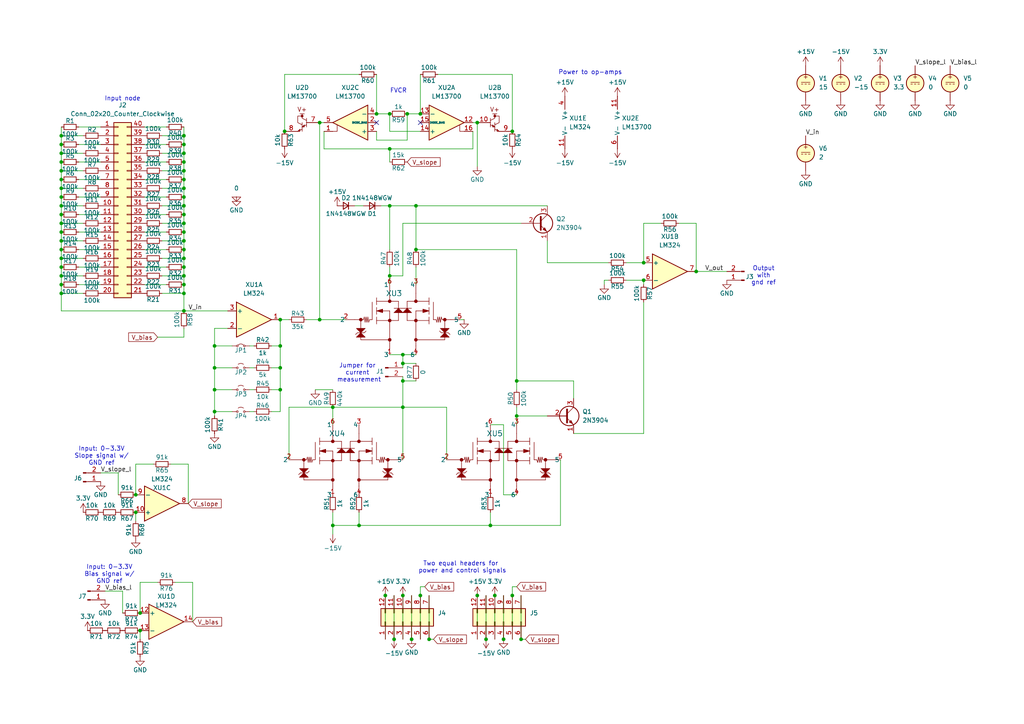
<source format=kicad_sch>
(kicad_sch (version 20231120) (generator "eeschema") (generator_version "8.0")
  (paper "A4")
  (junction (at 17.78 85.09))
  (junction (at 81.28 100.33))
  (junction (at 17.78 82.55))
  (junction (at 17.78 54.61))
  (junction (at 53.34 39.37))
  (junction (at 149.86 110.49))
  (junction (at 146.05 185.42))
  (junction (at 53.34 74.93))
  (junction (at 186.69 76.2))
  (junction (at 201.93 78.74))
  (junction (at 140.97 185.42))
  (junction (at 120.65 72.39))
  (junction (at 53.34 41.91))
  (junction (at 53.34 59.69))
  (junction (at 53.34 44.45))
  (junction (at 81.28 92.71))
  (junction (at 53.34 69.85))
  (junction (at 116.84 172.72))
  (junction (at 17.78 62.23))
  (junction (at 82.55 38.1))
  (junction (at 17.78 77.47))
  (junction (at 17.78 64.77))
  (junction (at 148.59 38.1))
  (junction (at 119.38 185.42))
  (junction (at 142.24 152.4))
  (junction (at 116.84 110.49))
  (junction (at 53.34 77.47))
  (junction (at 17.78 80.01))
  (junction (at 116.84 118.11))
  (junction (at 143.51 172.72))
  (junction (at 92.71 35.56))
  (junction (at 121.92 172.72))
  (junction (at 39.37 143.51))
  (junction (at 53.34 49.53))
  (junction (at 53.34 46.99))
  (junction (at 186.69 81.28))
  (junction (at 53.34 82.55))
  (junction (at 17.78 44.45))
  (junction (at 53.34 64.77))
  (junction (at 96.52 118.11))
  (junction (at 53.34 62.23))
  (junction (at 62.23 119.38))
  (junction (at 114.3 185.42))
  (junction (at 116.84 102.87))
  (junction (at 39.37 148.59))
  (junction (at 17.78 52.07))
  (junction (at 151.13 185.42))
  (junction (at 113.03 43.18))
  (junction (at 53.34 57.15))
  (junction (at 17.78 41.91))
  (junction (at 17.78 69.85))
  (junction (at 53.34 80.01))
  (junction (at 17.78 67.31))
  (junction (at 53.34 52.07))
  (junction (at 17.78 49.53))
  (junction (at 113.03 33.02))
  (junction (at 53.34 67.31))
  (junction (at 138.43 172.72))
  (junction (at 81.28 113.03))
  (junction (at 17.78 46.99))
  (junction (at 17.78 72.39))
  (junction (at 53.34 72.39))
  (junction (at 113.03 59.69))
  (junction (at 113.03 80.01))
  (junction (at 17.78 74.93))
  (junction (at 62.23 100.33))
  (junction (at 109.22 33.02))
  (junction (at 92.71 92.71))
  (junction (at 124.46 185.42))
  (junction (at 120.65 59.69))
  (junction (at 138.43 35.56))
  (junction (at 40.64 177.8))
  (junction (at 148.59 172.72))
  (junction (at 116.84 105.41))
  (junction (at 104.14 152.4))
  (junction (at 17.78 59.69))
  (junction (at 111.76 172.72))
  (junction (at 118.11 33.02))
  (junction (at 121.92 33.02))
  (junction (at 53.34 54.61))
  (junction (at 53.34 85.09))
  (junction (at 40.64 182.88))
  (junction (at 62.23 106.68))
  (junction (at 53.34 90.17))
  (junction (at 149.86 120.65))
  (junction (at 62.23 113.03))
  (junction (at 81.28 106.68))
  (junction (at 17.78 57.15))
  (junction (at 96.52 152.4))
  (junction (at 17.78 39.37))
  (no_connect (at 121.92 35.56))
  (no_connect (at 109.22 35.56))
  (wire (pts (xy 118.11 33.02) (xy 121.92 33.02)))
  (wire (pts (xy 81.28 100.33) (xy 78.74 100.33)))
  (wire (pts (xy 181.61 81.28) (xy 186.69 81.28)))
  (wire (pts (xy 123.19 170.18) (xy 121.92 170.18)))
  (wire (pts (xy 55.88 168.91) (xy 55.88 180.34)))
  (wire (pts (xy 81.28 113.03) (xy 81.28 119.38)))
  (wire (pts (xy 113.03 38.1) (xy 121.92 38.1)))
  (wire (pts (xy 186.69 125.73) (xy 186.69 87.63)))
  (wire (pts (xy 113.03 33.02) (xy 109.22 33.02)))
  (wire (pts (xy 53.34 85.09) (xy 53.34 82.55)))
  (wire (pts (xy 17.78 67.31) (xy 17.78 69.85)))
  (wire (pts (xy 62.23 95.25) (xy 66.04 95.25)))
  (wire (pts (xy 82.55 21.59) (xy 104.14 21.59)))
  (wire (pts (xy 137.16 43.18) (xy 137.16 38.1)))
  (wire (pts (xy 17.78 69.85) (xy 24.13 69.85)))
  (wire (pts (xy 148.59 172.72) (xy 148.59 185.42)))
  (wire (pts (xy 109.22 38.1) (xy 109.22 40.64)))
  (wire (pts (xy 175.26 81.28) (xy 176.53 81.28)))
  (wire (pts (xy 46.99 74.93) (xy 53.34 74.93)))
  (wire (pts (xy 88.9 92.71) (xy 92.71 92.71)))
  (wire (pts (xy 116.84 105.41) (xy 116.84 106.68)))
  (wire (pts (xy 129.54 118.11) (xy 116.84 118.11)))
  (wire (pts (xy 191.77 64.77) (xy 186.69 64.77)))
  (wire (pts (xy 22.86 41.91) (xy 29.21 41.91)))
  (wire (pts (xy 166.37 110.49) (xy 149.86 110.49)))
  (wire (pts (xy 116.84 172.72) (xy 116.84 185.42)))
  (wire (pts (xy 72.39 100.33) (xy 73.66 100.33)))
  (wire (pts (xy 148.59 38.1) (xy 148.59 21.59)))
  (wire (pts (xy 124.46 185.42) (xy 124.46 172.72)))
  (wire (pts (xy 113.03 80.01) (xy 113.03 82.55)))
  (wire (pts (xy 40.64 185.42) (xy 40.64 182.88)))
  (wire (pts (xy 17.78 74.93) (xy 24.13 74.93)))
  (wire (pts (xy 67.31 100.33) (xy 62.23 100.33)))
  (wire (pts (xy 116.84 110.49) (xy 120.65 110.49)))
  (wire (pts (xy 92.71 92.71) (xy 100.33 92.71)))
  (wire (pts (xy 53.34 72.39) (xy 53.34 69.85)))
  (wire (pts (xy 92.71 35.56) (xy 93.98 35.56)))
  (wire (pts (xy 17.78 57.15) (xy 17.78 59.69)))
  (wire (pts (xy 109.22 40.64) (xy 118.11 40.64)))
  (wire (pts (xy 53.34 39.37) (xy 53.34 36.83)))
  (wire (pts (xy 116.84 64.77) (xy 116.84 80.01)))
  (wire (pts (xy 53.34 46.99) (xy 53.34 44.45)))
  (wire (pts (xy 17.78 52.07) (xy 17.78 54.61)))
  (wire (pts (xy 35.56 171.45) (xy 35.56 177.8)))
  (wire (pts (xy 41.91 46.99) (xy 48.26 46.99)))
  (wire (pts (xy 40.64 168.91) (xy 40.64 177.8)))
  (wire (pts (xy 17.78 77.47) (xy 17.78 80.01)))
  (wire (pts (xy 62.23 100.33) (xy 62.23 106.68)))
  (wire (pts (xy 158.75 59.69) (xy 120.65 59.69)))
  (wire (pts (xy 93.98 43.18) (xy 113.03 43.18)))
  (wire (pts (xy 196.85 64.77) (xy 201.93 64.77)))
  (wire (pts (xy 45.72 97.79) (xy 53.34 97.79)))
  (wire (pts (xy 53.34 67.31) (xy 53.34 64.77)))
  (wire (pts (xy 72.39 113.03) (xy 73.66 113.03)))
  (wire (pts (xy 118.11 40.64) (xy 118.11 33.02)))
  (wire (pts (xy 39.37 134.62) (xy 39.37 143.51)))
  (wire (pts (xy 53.34 57.15) (xy 53.34 54.61)))
  (wire (pts (xy 186.69 82.55) (xy 186.69 81.28)))
  (wire (pts (xy 46.99 85.09) (xy 53.34 85.09)))
  (wire (pts (xy 83.82 118.11) (xy 96.52 118.11)))
  (wire (pts (xy 105.41 59.69) (xy 102.87 59.69)))
  (wire (pts (xy 53.34 82.55) (xy 53.34 80.01)))
  (wire (pts (xy 53.34 41.91) (xy 53.34 39.37)))
  (wire (pts (xy 149.86 118.11) (xy 149.86 120.65)))
  (wire (pts (xy 81.28 106.68) (xy 78.74 106.68)))
  (wire (pts (xy 181.61 76.2) (xy 186.69 76.2)))
  (wire (pts (xy 22.86 77.47) (xy 29.21 77.47)))
  (wire (pts (xy 142.24 123.19) (xy 146.05 123.19)))
  (wire (pts (xy 113.03 43.18) (xy 113.03 46.99)))
  (wire (pts (xy 17.78 80.01) (xy 24.13 80.01)))
  (wire (pts (xy 17.78 46.99) (xy 17.78 49.53)))
  (wire (pts (xy 17.78 74.93) (xy 17.78 77.47)))
  (wire (pts (xy 113.03 59.69) (xy 113.03 72.39)))
  (wire (pts (xy 81.28 106.68) (xy 81.28 113.03)))
  (wire (pts (xy 46.99 39.37) (xy 53.34 39.37)))
  (wire (pts (xy 22.86 67.31) (xy 29.21 67.31)))
  (wire (pts (xy 50.8 168.91) (xy 55.88 168.91)))
  (wire (pts (xy 186.69 64.77) (xy 186.69 76.2)))
  (wire (pts (xy 17.78 62.23) (xy 17.78 64.77)))
  (wire (pts (xy 142.24 152.4) (xy 162.56 152.4)))
  (wire (pts (xy 17.78 90.17) (xy 53.34 90.17)))
  (wire (pts (xy 96.52 118.11) (xy 96.52 123.19)))
  (wire (pts (xy 44.45 134.62) (xy 39.37 134.62)))
  (wire (pts (xy 113.03 77.47) (xy 113.03 80.01)))
  (wire (pts (xy 175.26 82.55) (xy 175.26 81.28)))
  (wire (pts (xy 41.91 52.07) (xy 48.26 52.07)))
  (wire (pts (xy 116.84 110.49) (xy 116.84 118.11)))
  (wire (pts (xy 113.03 80.01) (xy 116.84 80.01)))
  (wire (pts (xy 110.49 59.69) (xy 113.03 59.69)))
  (wire (pts (xy 39.37 151.13) (xy 39.37 148.59)))
  (wire (pts (xy 53.34 52.07) (xy 53.34 49.53)))
  (wire (pts (xy 116.84 133.35) (xy 116.84 118.11)))
  (wire (pts (xy 149.86 110.49) (xy 149.86 72.39)))
  (wire (pts (xy 22.86 52.07) (xy 29.21 52.07)))
  (wire (pts (xy 116.84 109.22) (xy 116.84 110.49)))
  (wire (pts (xy 54.61 134.62) (xy 54.61 146.05)))
  (wire (pts (xy 149.86 72.39) (xy 120.65 72.39)))
  (wire (pts (xy 158.75 69.85) (xy 158.75 76.2)))
  (wire (pts (xy 17.78 85.09) (xy 17.78 90.17)))
  (wire (pts (xy 116.84 102.87) (xy 120.65 102.87)))
  (wire (pts (xy 17.78 64.77) (xy 17.78 67.31)))
  (wire (pts (xy 41.91 72.39) (xy 48.26 72.39)))
  (wire (pts (xy 17.78 59.69) (xy 17.78 62.23)))
  (wire (pts (xy 134.62 92.71) (xy 133.35 92.71)))
  (wire (pts (xy 62.23 106.68) (xy 62.23 113.03)))
  (wire (pts (xy 81.28 119.38) (xy 78.74 119.38)))
  (wire (pts (xy 148.59 21.59) (xy 127 21.59)))
  (wire (pts (xy 17.78 41.91) (xy 17.78 44.45)))
  (wire (pts (xy 137.16 35.56) (xy 138.43 35.56)))
  (wire (pts (xy 53.34 62.23) (xy 53.34 59.69)))
  (wire (pts (xy 41.91 82.55) (xy 48.26 82.55)))
  (wire (pts (xy 121.92 21.59) (xy 121.92 33.02)))
  (wire (pts (xy 111.76 172.72) (xy 111.76 185.42)))
  (wire (pts (xy 210.82 78.74) (xy 201.93 78.74)))
  (wire (pts (xy 83.82 92.71) (xy 81.28 92.71)))
  (wire (pts (xy 49.53 134.62) (xy 54.61 134.62)))
  (wire (pts (xy 17.78 39.37) (xy 17.78 41.91)))
  (wire (pts (xy 143.51 172.72) (xy 143.51 185.42)))
  (wire (pts (xy 53.34 44.45) (xy 53.34 41.91)))
  (wire (pts (xy 53.34 54.61) (xy 53.34 52.07)))
  (wire (pts (xy 116.84 102.87) (xy 116.84 105.41)))
  (wire (pts (xy 17.78 39.37) (xy 24.13 39.37)))
  (wire (pts (xy 113.03 102.87) (xy 116.84 102.87)))
  (wire (pts (xy 81.28 92.71) (xy 81.28 100.33)))
  (wire (pts (xy 120.65 59.69) (xy 113.03 59.69)))
  (wire (pts (xy 116.84 105.41) (xy 120.65 105.41)))
  (wire (pts (xy 149.86 120.65) (xy 158.75 120.65)))
  (wire (pts (xy 46.99 44.45) (xy 53.34 44.45)))
  (wire (pts (xy 62.23 113.03) (xy 62.23 119.38)))
  (wire (pts (xy 53.34 69.85) (xy 53.34 67.31)))
  (wire (pts (xy 81.28 100.33) (xy 81.28 106.68)))
  (wire (pts (xy 53.34 90.17) (xy 53.34 85.09)))
  (wire (pts (xy 96.52 152.4) (xy 104.14 152.4)))
  (wire (pts (xy 83.82 133.35) (xy 83.82 118.11)))
  (wire (pts (xy 67.31 106.68) (xy 62.23 106.68)))
  (wire (pts (xy 113.03 33.02) (xy 113.03 38.1)))
  (wire (pts (xy 17.78 49.53) (xy 17.78 52.07)))
  (wire (pts (xy 34.29 137.16) (xy 34.29 143.51)))
  (wire (pts (xy 53.34 59.69) (xy 53.34 57.15)))
  (wire (pts (xy 146.05 172.72) (xy 146.05 185.42)))
  (wire (pts (xy 17.78 54.61) (xy 17.78 57.15)))
  (wire (pts (xy 22.86 82.55) (xy 29.21 82.55)))
  (wire (pts (xy 53.34 64.77) (xy 53.34 62.23)))
  (wire (pts (xy 53.34 80.01) (xy 53.34 77.47)))
  (wire (pts (xy 109.22 21.59) (xy 109.22 33.02)))
  (wire (pts (xy 17.78 44.45) (xy 17.78 46.99)))
  (wire (pts (xy 53.34 95.25) (xy 53.34 97.79)))
  (wire (pts (xy 41.91 57.15) (xy 48.26 57.15)))
  (wire (pts (xy 67.31 113.03) (xy 62.23 113.03)))
  (wire (pts (xy 81.28 113.03) (xy 78.74 113.03)))
  (wire (pts (xy 148.59 170.18) (xy 148.59 172.72)))
  (wire (pts (xy 104.14 152.4) (xy 142.24 152.4)))
  (wire (pts (xy 17.78 36.83) (xy 17.78 39.37)))
  (wire (pts (xy 114.3 172.72) (xy 114.3 185.42)))
  (wire (pts (xy 125.73 185.42) (xy 124.46 185.42)))
  (wire (pts (xy 93.98 38.1) (xy 93.98 43.18)))
  (wire (pts (xy 119.38 172.72) (xy 119.38 185.42)))
  (wire (pts (xy 22.86 46.99) (xy 29.21 46.99)))
  (wire (pts (xy 96.52 154.94) (xy 96.52 152.4)))
  (wire (pts (xy 162.56 152.4) (xy 162.56 133.35)))
  (wire (pts (xy 30.48 171.45) (xy 35.56 171.45)))
  (wire (pts (xy 166.37 115.57) (xy 166.37 110.49)))
  (wire (pts (xy 92.71 35.56) (xy 92.71 92.71)))
  (wire (pts (xy 67.31 119.38) (xy 62.23 119.38)))
  (wire (pts (xy 41.91 77.47) (xy 48.26 77.47)))
  (wire (pts (xy 82.55 38.1) (xy 82.55 21.59)))
  (wire (pts (xy 201.93 64.77) (xy 201.93 78.74)))
  (wire (pts (xy 120.65 59.69) (xy 120.65 72.39)))
  (wire (pts (xy 17.78 44.45) (xy 24.13 44.45)))
  (wire (pts (xy 53.34 90.17) (xy 66.04 90.17)))
  (wire (pts (xy 46.99 54.61) (xy 53.34 54.61)))
  (wire (pts (xy 17.78 72.39) (xy 17.78 74.93)))
  (wire (pts (xy 129.54 133.35) (xy 129.54 118.11)))
  (wire (pts (xy 96.52 152.4) (xy 96.52 148.59)))
  (wire (pts (xy 158.75 76.2) (xy 176.53 76.2)))
  (wire (pts (xy 17.78 54.61) (xy 24.13 54.61)))
  (wire (pts (xy 138.43 35.56) (xy 138.43 48.26)))
  (wire (pts (xy 113.03 43.18) (xy 137.16 43.18)))
  (wire (pts (xy 166.37 125.73) (xy 186.69 125.73)))
  (wire (pts (xy 72.39 106.68) (xy 73.66 106.68)))
  (wire (pts (xy 116.84 118.11) (xy 96.52 118.11)))
  (wire (pts (xy 17.78 64.77) (xy 24.13 64.77)))
  (wire (pts (xy 46.99 59.69) (xy 53.34 59.69)))
  (wire (pts (xy 22.86 36.83) (xy 29.21 36.83)))
  (wire (pts (xy 17.78 82.55) (xy 17.78 85.09)))
  (wire (pts (xy 17.78 49.53) (xy 24.13 49.53)))
  (wire (pts (xy 41.91 67.31) (xy 48.26 67.31)))
  (wire (pts (xy 142.24 152.4) (xy 142.24 148.59)))
  (wire (pts (xy 149.86 120.65) (xy 149.86 123.19)))
  (wire (pts (xy 152.4 185.42) (xy 151.13 185.42)))
  (wire (pts (xy 53.34 77.47) (xy 53.34 74.93)))
  (wire (pts (xy 41.91 36.83) (xy 48.26 36.83)))
  (wire (pts (xy 151.13 185.42) (xy 151.13 172.72)))
  (wire (pts (xy 138.43 172.72) (xy 138.43 185.42)))
  (wire (pts (xy 17.78 80.01) (xy 17.78 82.55)))
  (wire (pts (xy 29.21 137.16) (xy 34.29 137.16)))
  (wire (pts (xy 72.39 119.38) (xy 73.66 119.38)))
  (wire (pts (xy 22.86 72.39) (xy 29.21 72.39)))
  (wire (pts (xy 121.92 170.18) (xy 121.92 172.72)))
  (wire (pts (xy 149.86 113.03) (xy 149.86 110.49)))
  (wire (pts (xy 41.91 41.91) (xy 48.26 41.91)))
  (wire (pts (xy 140.97 172.72) (xy 140.97 185.42)))
  (wire (pts (xy 53.34 74.93) (xy 53.34 72.39)))
  (wire (pts (xy 149.86 170.18) (xy 148.59 170.18)))
  (wire (pts (xy 62.23 95.25) (xy 62.23 100.33)))
  (wire (pts (xy 17.78 59.69) (xy 24.13 59.69)))
  (wire (pts (xy 22.86 62.23) (xy 29.21 62.23)))
  (wire (pts (xy 46.99 69.85) (xy 53.34 69.85)))
  (wire (pts (xy 46.99 64.77) (xy 53.34 64.77)))
  (wire (pts (xy 151.13 64.77) (xy 116.84 64.77)))
  (wire (pts (xy 45.72 168.91) (xy 40.64 168.91)))
  (wire (pts (xy 17.78 69.85) (xy 17.78 72.39)))
  (wire (pts (xy 53.34 49.53) (xy 53.34 46.99)))
  (wire (pts (xy 46.99 80.01) (xy 53.34 80.01)))
  (wire (pts (xy 17.78 85.09) (xy 24.13 85.09)))
  (wire (pts (xy 62.23 119.38) (xy 62.23 120.65)))
  (wire (pts (xy 22.86 57.15) (xy 29.21 57.15)))
  (wire (pts (xy 120.65 77.47) (xy 120.65 82.55)))
  (wire (pts (xy 91.44 113.03) (xy 96.52 113.03)))
  (wire (pts (xy 41.91 62.23) (xy 48.26 62.23)))
  (wire (pts (xy 146.05 143.51) (xy 149.86 143.51)))
  (wire (pts (xy 146.05 123.19) (xy 146.05 143.51)))
  (wire (pts (xy 121.92 172.72) (xy 121.92 185.42)))
  (wire (pts (xy 46.99 49.53) (xy 53.34 49.53)))
  (wire (pts (xy 104.14 152.4) (xy 104.14 148.59)))
  (text "Input node" (at 35.56 28.702 0) (effects (font (size 1.27 1.27))))
  (text "Input: 0-3.3V\nBias signal w/\nGND ref" (at 31.75 166.624 0) (effects (font (size 1.27 1.27))))
  (text "Two equal headers for \npower and control signals" (at 134.112 164.592 0) (effects (font (size 1.27 1.27))))
  (text "Output\nwith\ngnd ref" (at 221.488 80.01 0) (effects (font (size 1.27 1.27))))
  (text "FVCR" (at 115.57 26.416 0) (effects (font (size 1.27 1.27))))
  (text "Power to op-amps" (at 171.196 21.082 0) (effects (font (size 1.27 1.27))))
  (text "Jumper for \ncurrent \nmeasurement" (at 104.14 108.204 0) (effects (font (size 1.27 1.27))))
  (text "Input: 0-3.3V\nSlope signal w/\nGND ref" (at 29.464 132.334 0) (effects (font (size 1.27 1.27))))
  (label "V_bias_l" (at 275.59 19.05 0))
  (label "V_out" (at 204.47 78.74 0))
  (label "V_bias_l" (at 30.48 171.45 0))
  (label "V_in" (at 233.68 39.37 0))
  (label "V_in" (at 54.61 90.17 0))
  (label "V_slope_l" (at 265.43 19.05 0))
  (label "V_slope_l" (at 29.21 137.16 0))
  (global_label "V_bias" (shape input) (at 149.86 170.18 0) (property "Intersheetrefs" "${INTERSHEET_REFS}" (effects (hide yes))))
  (global_label "V_bias" (shape input) (at 45.72 97.79 180) (property "Intersheetrefs" "${INTERSHEET_REFS}" (effects (hide yes))))
  (global_label "V_slope" (shape input) (at 152.4 185.42 0) (property "Intersheetrefs" "${INTERSHEET_REFS}" (effects (hide yes))))
  (global_label "V_bias" (shape input) (at 55.88 180.34 0) (property "Intersheetrefs" "${INTERSHEET_REFS}" (effects (hide yes))))
  (global_label "V_slope" (shape input) (at 125.73 185.42 0) (property "Intersheetrefs" "${INTERSHEET_REFS}" (effects (hide yes))))
  (global_label "V_slope" (shape input) (at 118.11 46.99 0) (property "Intersheetrefs" "${INTERSHEET_REFS}" (effects (hide yes))))
  (global_label "V_slope" (shape input) (at 54.61 146.05 0) (property "Intersheetrefs" "${INTERSHEET_REFS}" (effects (hide yes))))
  (global_label "V_bias" (shape input) (at 123.19 170.18 0) (property "Intersheetrefs" "${INTERSHEET_REFS}" (effects (hide yes))))
  (symbol (lib_id "Amplifier_Operational:LM13700") (at 146.05 35.56 0) (unit 2)
    (property "Reference" "U2" (at 143.51 25.4 0))
    (property "Value" "LM13700" (at 143.51 27.94 0))
    (property "Footprint" "Package_SO:SOIC-16_3.9x9.9mm_P1.27mm" (effects (hide yes)))
    (property "Datasheet" "http://www.ti.com/lit/ds/symlink/lm13700.pdf" (effects (hide yes)))
    (property "Description" "Dual Operational Transconductance Amplifiers with Linearizing Diodes and Buffers, DIP-16/SOIC-16" (effects (hide yes)))
    (property "Sim.Library" "/home/oskar/git/analogNeuron/design/sim/lm13700/LM13700-DUAL.LIB" (effects (hide yes)))
    (property "Sim.Name" "LM13700-dual" (effects (hide yes)))
    (property "Sim.Device" "SUBCKT" (effects (hide yes)))
    (property "Sim.Pins" "1=1ABin 2=1DBias 3=1in+ 4=1in- 5=1out 6=vcc- 7=1Bin 8=1Bout 9=2Bout 10=2Bin 11=vcc+ 12=2out 13=2in- 14=2in+ 15=2Dbias 16=2ABin" (effects (hide yes)))
  )
  (symbol (lib_id "Device:R_Small") (at 113.03 74.93 0) (mirror y) (unit 1)
    (property "Reference" "R47" (at 111.252 74.93 90))
    (property "Value" "100k" (at 115.062 74.93 90))
    (property "Footprint" "Resistor_SMD:R_0402_1005Metric" (effects (hide yes)))
    (property "Description" "Resistor, small symbol" (effects (hide yes)))
  )
  (symbol (lib_id "Device:R_Small") (at 20.32 46.99 90) (unit 1)
    (property "Reference" "R5" (at 20.32 45.212 90))
    (property "Value" "100k" (at 20.32 49.022 90))
    (property "Footprint" "Resistor_SMD:R_0402_1005Metric" (effects (hide yes)))
    (property "Description" "Resistor, small symbol" (effects (hide yes)))
  )
  (symbol (lib_id "Device:R_Small") (at 27.94 182.88 90) (mirror x) (unit 1)
    (property "Reference" "R71" (at 27.94 184.658 90))
    (property "Value" "10k" (at 27.94 180.848 90))
    (property "Footprint" "Resistor_SMD:R_0402_1005Metric" (effects (hide yes)))
    (property "Description" "Resistor, small symbol" (effects (hide yes)))
  )
  (symbol (lib_id "Device:R_Small") (at 20.32 72.39 90) (unit 1)
    (property "Reference" "R14" (at 20.32 70.612 90))
    (property "Value" "100k" (at 20.32 74.422 90))
    (property "Footprint" "Resistor_SMD:R_0402_1005Metric" (effects (hide yes)))
    (property "Description" "Resistor, small symbol" (effects (hide yes)))
  )
  (symbol (lib_id "Device:R_Small") (at 50.8 52.07 90) (mirror x) (unit 1)
    (property "Reference" "R37" (at 50.8 53.848 90))
    (property "Value" "100k" (at 50.8 50.038 90))
    (property "Footprint" "Resistor_SMD:R_0402_1005Metric" (effects (hide yes)))
    (property "Description" "Resistor, small symbol" (effects (hide yes)))
  )
  (symbol (lib_id "Simulation_SPICE:VDC") (at 233.68 44.45 0) (unit 1)
    (property "Reference" "V6" (at 237.49 43.0501 0) (effects (justify left)))
    (property "Value" "2" (at 237.49 45.5901 0) (effects (justify left)))
    (property "Datasheet" "https://ngspice.sourceforge.io/docs/ngspice-html-manual/manual.xhtml#sec_Independent_Sources_for" (effects (hide yes)))
    (property "Description" "Voltage source, DC" (effects (hide yes)))
    (property "Sim.Pins" "1=+ 2=-" (effects (hide yes)))
    (property "Sim.Type" "DC" (effects (hide yes)))
    (property "Sim.Device" "V" (effects (hide yes)))
  )
  (symbol (lib_id "power:VDC") (at 255.27 19.05 0) (unit 1)
    (property "Reference" "#PWR032" (effects (hide yes)))
    (property "Value" "3.3V" (at 255.27 14.986 0))
    (property "Description" "Power symbol creates a global label with name \"VDC\"" (effects (hide yes)))
  )
  (symbol (lib_id "power:GND") (at 39.37 156.21 0) (unit 1)
    (property "Reference" "#PWR022" (effects (hide yes)))
    (property "Value" "GND" (at 39.37 160.02 0))
    (property "Description" "Power symbol creates a global label with name \"GND\" , ground" (effects (hide yes)))
  )
  (symbol (lib_id "Device:R_Small") (at 44.45 39.37 90) (mirror x) (unit 1)
    (property "Reference" "R30" (at 44.45 41.148 90))
    (property "Value" "100k" (at 44.45 37.338 90))
    (property "Footprint" "Resistor_SMD:R_0402_1005Metric" (effects (hide yes)))
    (property "Description" "Resistor, small symbol" (effects (hide yes)))
  )
  (symbol (lib_id "power:GND") (at 275.59 29.21 0) (unit 1)
    (property "Reference" "#PWR037" (effects (hide yes)))
    (property "Value" "GND" (at 275.59 33.02 0))
    (property "Description" "Power symbol creates a global label with name \"GND\" , ground" (effects (hide yes)))
  )
  (symbol (lib_id "Transistor_BJT:2N3904") (at 156.21 64.77 0) (unit 1)
    (property "Reference" "Q2" (at 161.29 63.4999 0) (effects (justify left)))
    (property "Value" "2N3904" (at 161.29 66.0399 0) (effects (justify left)))
    (property "Footprint" "Package_TO_SOT_THT:TO-92_Inline" (effects (hide yes)))
    (property "Datasheet" "https://www.onsemi.com/pub/Collateral/2N3903-D.PDF" (effects (hide yes)))
    (property "Description" "0.2A Ic, 40V Vce, Small Signal NPN Transistor, TO-92" (effects (hide yes)))
    (property "Sim.Library" "/home/oskar/git/analogNeuron/design/sim/2n3904/2n3904_spice.lib" (effects (hide yes)))
    (property "Sim.Name" "2N3904" (effects (hide yes)))
    (property "Sim.Device" "SUBCKT" (effects (hide yes)))
    (property "Sim.Pins" "1=E 2=B 3=C" (effects (hide yes)))
  )
  (symbol (lib_id "Device:R_Small") (at 36.83 148.59 90) (mirror x) (unit 1)
    (property "Reference" "R67" (at 36.83 150.368 90))
    (property "Value" "91k" (at 36.83 146.558 90))
    (property "Footprint" "Resistor_SMD:R_0402_1005Metric" (effects (hide yes)))
    (property "Description" "Resistor, small symbol" (effects (hide yes)))
  )
  (symbol (lib_id "Device:R_Small") (at 26.67 85.09 90) (unit 1)
    (property "Reference" "R20" (at 26.67 83.312 90))
    (property "Value" "100k" (at 26.67 87.122 90))
    (property "Footprint" "Resistor_SMD:R_0402_1005Metric" (effects (hide yes)))
    (property "Description" "Resistor, small symbol" (effects (hide yes)))
  )
  (symbol (lib_id "Device:R_Small") (at 26.67 39.37 90) (unit 1)
    (property "Reference" "R2" (at 26.67 37.592 90))
    (property "Value" "100k" (at 26.67 41.402 90))
    (property "Footprint" "Resistor_SMD:R_0402_1005Metric" (effects (hide yes)))
    (property "Description" "Resistor, small symbol" (effects (hide yes)))
  )
  (symbol (lib_id "Device:R_Small") (at 31.75 148.59 90) (mirror x) (unit 1)
    (property "Reference" "R69" (at 31.75 150.368 90))
    (property "Value" "10k" (at 31.75 146.558 90))
    (property "Footprint" "Resistor_SMD:R_0402_1005Metric" (effects (hide yes)))
    (property "Description" "Resistor, small symbol" (effects (hide yes)))
  )
  (symbol (lib_id "Device:R_Small") (at 50.8 36.83 90) (mirror x) (unit 1)
    (property "Reference" "R40" (at 50.8 38.608 90))
    (property "Value" "100k" (at 50.8 34.798 90))
    (property "Footprint" "Resistor_SMD:R_0402_1005Metric" (effects (hide yes)))
    (property "Description" "Resistor, small symbol" (effects (hide yes)))
  )
  (symbol (lib_id "Device:R_Small") (at 50.8 57.15 90) (mirror x) (unit 1)
    (property "Reference" "R36" (at 50.8 58.928 90))
    (property "Value" "100k" (at 50.8 55.118 90))
    (property "Footprint" "Resistor_SMD:R_0402_1005Metric" (effects (hide yes)))
    (property "Description" "Resistor, small symbol" (effects (hide yes)))
  )
  (symbol (lib_id "Device:R_Small") (at 44.45 49.53 90) (mirror x) (unit 1)
    (property "Reference" "R28" (at 44.45 51.308 90))
    (property "Value" "100k" (at 44.45 47.498 90))
    (property "Footprint" "Resistor_SMD:R_0402_1005Metric" (effects (hide yes)))
    (property "Description" "Resistor, small symbol" (effects (hide yes)))
  )
  (symbol (lib_id "power:VDC") (at 179.07 43.18 180) (unit 1)
    (property "Reference" "#PWR010" (effects (hide yes)))
    (property "Value" "-15V" (at 179.07 47.244 0))
    (property "Description" "Power symbol creates a global label with name \"VDC\"" (effects (hide yes)))
  )
  (symbol (lib_id "power:GND") (at 265.43 29.21 0) (unit 1)
    (property "Reference" "#PWR035" (effects (hide yes)))
    (property "Value" "GND" (at 265.43 33.02 0))
    (property "Description" "Power symbol creates a global label with name \"GND\" , ground" (effects (hide yes)))
  )
  (symbol (lib_id "Connector_Generic:Conn_02x20_Counter_Clockwise") (at 34.29 59.69 0) (unit 1) (exclude_from_sim yes)
    (property "Reference" "J2" (at 35.56 30.48 0))
    (property "Value" "Conn_02x20_Counter_Clockwise" (at 35.56 33.02 0))
    (property "Footprint" "Connector_PinHeader_2.54mm:PinHeader_2x20_P2.54mm_Vertical" (effects (hide yes)))
    (property "Description" "Generic connector, double row, 02x20, counter clockwise pin numbering scheme (similar to DIP package numbering), script generated (kicad-library-utils/schlib/autogen/connector/)" (effects (hide yes)))
  )
  (symbol (lib_id "Device:R_Small") (at 120.65 107.95 0) (mirror y) (unit 1)
    (property "Reference" "R77" (at 118.872 107.95 90))
    (property "Value" "0" (at 122.682 107.95 90))
    (property "Footprint" "Resistor_SMD:R_0402_1005Metric" (effects (hide yes)))
    (property "Description" "Resistor, small symbol" (effects (hide yes)))
  )
  (symbol (lib_id "Device:R_Small") (at 44.45 59.69 90) (mirror x) (unit 1)
    (property "Reference" "R26" (at 44.45 61.468 90))
    (property "Value" "100k" (at 44.45 57.658 90))
    (property "Footprint" "Resistor_SMD:R_0402_1005Metric" (effects (hide yes)))
    (property "Description" "Resistor, small symbol" (effects (hide yes)))
  )
  (symbol (lib_id "Device:R_Small") (at 62.23 123.19 0) (mirror x) (unit 1)
    (property "Reference" "R41" (at 64.008 123.19 90))
    (property "Value" "100k" (at 60.198 123.19 90))
    (property "Footprint" "Resistor_SMD:R_0402_1005Metric" (effects (hide yes)))
    (property "Description" "Resistor, small symbol" (effects (hide yes)))
  )
  (symbol (lib_id "Simulation_SPICE:0") (at 68.58 57.15 0) (unit 1)
    (property "Reference" "#GND01" (effects (hide yes)))
    (property "Value" "0" (at 68.58 54.61 0))
    (property "Datasheet" "https://ngspice.sourceforge.io/docs/ngspice-html-manual/manual.xhtml#subsec_Circuit_elements__device" (effects (hide yes)))
    (property "Description" "0V reference potential for simulation" (effects (hide yes)))
  )
  (symbol (lib_id "power:GND") (at 68.58 57.15 0) (unit 1)
    (property "Reference" "#PWR038" (effects (hide yes)))
    (property "Value" "GND" (at 68.58 60.96 0))
    (property "Description" "Power symbol creates a global label with name \"GND\" , ground" (effects (hide yes)))
  )
  (symbol (lib_id "power:GND") (at 175.26 82.55 0) (unit 1)
    (property "Reference" "#PWR07" (effects (hide yes)))
    (property "Value" "GND" (at 175.26 86.36 0))
    (property "Description" "Power symbol creates a global label with name \"GND\" , ground" (effects (hide yes)))
  )
  (symbol (lib_id "Connector_Generic:Conn_02x06_Counter_Clockwise") (at 143.51 180.34 90) (unit 1) (exclude_from_sim yes)
    (property "Reference" "J5" (at 153.67 177.7999 90) (effects (justify right)))
    (property "Value" "Conn_02x06_Counter_Clockwise" (effects (hide yes)))
    (property "Footprint" "Connector_PinHeader_2.54mm:PinHeader_2x06_P2.54mm_Vertical" (effects (hide yes)))
    (property "Description" "Generic connector, double row, 02x06, counter clockwise pin numbering scheme (similar to DIP package numbering), script generated (kicad-library-utils/schlib/autogen/connector/)" (effects (hide yes)))
  )
  (symbol (lib_id "Device:R_Small") (at 104.14 146.05 0) (mirror y) (unit 1)
    (property "Reference" "R52" (at 102.362 146.05 90))
    (property "Value" "1k" (at 106.172 146.05 90))
    (property "Footprint" "Resistor_SMD:R_0402_1005Metric" (effects (hide yes)))
    (property "Description" "Resistor, small symbol" (effects (hide yes)))
  )
  (symbol (lib_id "Device:R_Small") (at 50.8 46.99 90) (mirror x) (unit 1)
    (property "Reference" "R38" (at 50.8 48.768 90))
    (property "Value" "100k" (at 50.8 44.958 90))
    (property "Footprint" "Resistor_SMD:R_0402_1005Metric" (effects (hide yes)))
    (property "Description" "Resistor, small symbol" (effects (hide yes)))
  )
  (symbol (lib_id "Device:R_Small") (at 148.59 40.64 0) (mirror x) (unit 1)
    (property "Reference" "R64" (at 150.368 40.64 90))
    (property "Value" "10k" (at 146.558 40.64 90))
    (property "Footprint" "Resistor_SMD:R_0402_1005Metric" (effects (hide yes)))
    (property "Description" "Resistor, small symbol" (effects (hide yes)))
  )
  (symbol (lib_id "power:GND") (at 134.62 92.71 0) (unit 1)
    (property "Reference" "#PWR036" (effects (hide yes)))
    (property "Value" "GND" (at 134.62 96.52 0))
    (property "Description" "Power symbol creates a global label with name \"GND\" , ground" (effects (hide yes)))
  )
  (symbol (lib_id "Device:R_Small") (at 106.68 21.59 90) (mirror x) (unit 1)
    (property "Reference" "R60" (at 106.68 23.368 90))
    (property "Value" "100k" (at 106.68 19.558 90))
    (property "Footprint" "Resistor_SMD:R_0402_1005Metric" (effects (hide yes)))
    (property "Description" "Resistor, small symbol" (effects (hide yes)))
  )
  (symbol (lib_id "power:VDC") (at 233.68 19.05 0) (unit 1)
    (property "Reference" "#PWR028" (effects (hide yes)))
    (property "Value" "+15V" (at 233.68 14.986 0))
    (property "Description" "Power symbol creates a global label with name \"VDC\"" (effects (hide yes)))
  )
  (symbol (lib_id "Device:R_Small") (at 20.32 77.47 90) (unit 1)
    (property "Reference" "R17" (at 20.32 75.692 90))
    (property "Value" "100k" (at 20.32 79.502 90))
    (property "Footprint" "Resistor_SMD:R_0402_1005Metric" (effects (hide yes)))
    (property "Description" "Resistor, small symbol" (effects (hide yes)))
  )
  (symbol (lib_id "Device:R_Small") (at 120.65 74.93 0) (mirror y) (unit 1)
    (property "Reference" "R48" (at 118.872 74.93 90))
    (property "Value" "100k" (at 122.682 74.93 90))
    (property "Footprint" "Resistor_SMD:R_0402_1005Metric" (effects (hide yes)))
    (property "Description" "Resistor, small symbol" (effects (hide yes)))
  )
  (symbol (lib_id "Device:R_Small") (at 26.67 148.59 90) (mirror x) (unit 1)
    (property "Reference" "R70" (at 26.67 150.368 90))
    (property "Value" "10k" (at 26.67 146.558 90))
    (property "Footprint" "Resistor_SMD:R_0402_1005Metric" (effects (hide yes)))
    (property "Description" "Resistor, small symbol" (effects (hide yes)))
  )
  (symbol (lib_id "Device:R_Small") (at 20.32 67.31 90) (unit 1)
    (property "Reference" "R13" (at 20.32 65.532 90))
    (property "Value" "100k" (at 20.32 69.342 90))
    (property "Footprint" "Resistor_SMD:R_0402_1005Metric" (effects (hide yes)))
    (property "Description" "Resistor, small symbol" (effects (hide yes)))
  )
  (symbol (lib_id "power:VDC") (at 24.13 148.59 0) (unit 1)
    (property "Reference" "#PWR024" (effects (hide yes)))
    (property "Value" "3.3V" (at 24.13 144.526 0))
    (property "Description" "Power symbol creates a global label with name \"VDC\"" (effects (hide yes)))
  )
  (symbol (lib_id "Jumper:Jumper_2_Small_Open") (at 69.85 113.03 0) (unit 1) (exclude_from_sim yes)
    (property "Reference" "JP3" (at 69.85 114.3 0))
    (property "Value" "Jumper_2_Small_Open" (effects (hide yes)))
    (property "Footprint" "Connector_PinHeader_2.54mm:PinHeader_1x02_P2.54mm_Vertical" (effects (hide yes)))
    (property "Description" "Jumper, 2-pole, small symbol, open" (effects (hide yes)))
  )
  (symbol (lib_id "Simulation_SPICE:VDC") (at 275.59 24.13 0) (unit 1)
    (property "Reference" "V5" (at 279.4 22.7301 0) (effects (justify left)))
    (property "Value" "0" (at 279.4 25.2701 0) (effects (justify left)))
    (property "Datasheet" "https://ngspice.sourceforge.io/docs/ngspice-html-manual/manual.xhtml#sec_Independent_Sources_for" (effects (hide yes)))
    (property "Description" "Voltage source, DC" (effects (hide yes)))
    (property "Sim.Pins" "1=+ 2=-" (effects (hide yes)))
    (property "Sim.Type" "DC" (effects (hide yes)))
    (property "Sim.Device" "V" (effects (hide yes)))
  )
  (symbol (lib_id "Device:R_Small") (at 50.8 77.47 90) (mirror x) (unit 1)
    (property "Reference" "R32" (at 50.8 79.248 90))
    (property "Value" "100k" (at 50.8 75.438 90))
    (property "Footprint" "Resistor_SMD:R_0402_1005Metric" (effects (hide yes)))
    (property "Description" "Resistor, small symbol" (effects (hide yes)))
  )
  (symbol (lib_id "power:GND") (at 233.68 49.53 0) (unit 1)
    (property "Reference" "#PWR034" (effects (hide yes)))
    (property "Value" "GND" (at 233.68 53.34 0))
    (property "Description" "Power symbol creates a global label with name \"GND\" , ground" (effects (hide yes)))
  )
  (symbol (lib_id "Transistor_BJT:2N3904") (at 163.83 120.65 0) (unit 1)
    (property "Reference" "Q1" (at 168.91 119.3799 0) (effects (justify left)))
    (property "Value" "2N3904" (at 168.91 121.9199 0) (effects (justify left)))
    (property "Footprint" "Package_TO_SOT_THT:TO-92_Inline" (effects (hide yes)))
    (property "Datasheet" "https://www.onsemi.com/pub/Collateral/2N3903-D.PDF" (effects (hide yes)))
    (property "Description" "0.2A Ic, 40V Vce, Small Signal NPN Transistor, TO-92" (effects (hide yes)))
    (property "Sim.Library" "/home/oskar/git/analogNeuron/design/sim/2n3904/2n3904_spice.lib" (effects (hide yes)))
    (property "Sim.Name" "2N3904" (effects (hide yes)))
    (property "Sim.Device" "SUBCKT" (effects (hide yes)))
    (property "Sim.Pins" "1=E 2=B 3=C" (effects (hide yes)))
  )
  (symbol (lib_id "power:GND") (at 119.38 185.42 0) (unit 1)
    (property "Reference" "#PWR014" (effects (hide yes)))
    (property "Value" "GND" (at 119.38 189.23 0))
    (property "Description" "Power symbol creates a global label with name \"GND\" , ground" (effects (hide yes)))
  )
  (symbol (lib_id "ul_SSM6N7002CFU-LF:SSM6N7002CFU_LF") (at 100.33 92.71 0) (unit 1)
    (property "Reference" "XU3" (at 114.3 85.09 0) (effects (font (size 1.524 1.524))))
    (property "Value" "SSM6N7002CFU_LF" (effects (hide yes)))
    (property "Footprint" "SOT-363   US6_TOS" (effects (hide yes)))
    (property "Datasheet" "SSM6N7002CFU_LF" (effects (hide yes)))
    (property "Sim.Library" "/home/oskar/git/analogNeuron/design/sim/SSM6N7002CFU/SSM6N7002CFU-dual.lib" (effects (hide yes)))
    (property "Sim.Name" "SSM6N7002CFU-dual" (effects (hide yes)))
    (property "Sim.Device" "SUBCKT" (effects (hide yes)))
    (property "Sim.Pins" "1=S1 2=G1 3=D2 4=S2 5=G2 6=D1" (effects (hide yes)))
  )
  (symbol (lib_id "Device:R_Small") (at 44.45 74.93 90) (mirror x) (unit 1)
    (property "Reference" "R23" (at 44.45 76.708 90))
    (property "Value" "100k" (at 44.45 72.898 90))
    (property "Footprint" "Resistor_SMD:R_0402_1005Metric" (effects (hide yes)))
    (property "Description" "Resistor, small symbol" (effects (hide yes)))
  )
  (symbol (lib_id "Simulation_SPICE:VDC") (at 243.84 24.13 0) (unit 1)
    (property "Reference" "V2" (at 247.65 22.7301 0) (effects (justify left)))
    (property "Value" "-15" (at 247.65 25.2701 0) (effects (justify left)))
    (property "Datasheet" "https://ngspice.sourceforge.io/docs/ngspice-html-manual/manual.xhtml#sec_Independent_Sources_for" (effects (hide yes)))
    (property "Description" "Voltage source, DC" (effects (hide yes)))
    (property "Sim.Pins" "1=+ 2=-" (effects (hide yes)))
    (property "Sim.Type" "DC" (effects (hide yes)))
    (property "Sim.Device" "V" (effects (hide yes)))
  )
  (symbol (lib_id "power:VDC") (at 97.79 59.69 0) (unit 1)
    (property "Reference" "#PWR02" (effects (hide yes)))
    (property "Value" "+15V" (at 97.79 55.626 0))
    (property "Description" "Power symbol creates a global label with name \"VDC\"" (effects (hide yes)))
  )
  (symbol (lib_id "power:VDC") (at 163.83 43.18 180) (unit 1)
    (property "Reference" "#PWR04" (effects (hide yes)))
    (property "Value" "-15V" (at 163.83 47.244 0))
    (property "Description" "Power symbol creates a global label with name \"VDC\"" (effects (hide yes)))
  )
  (symbol (lib_id "power:VDC") (at 96.52 154.94 180) (unit 1)
    (property "Reference" "#PWR06" (effects (hide yes)))
    (property "Value" "-15V" (at 96.52 159.004 0))
    (property "Description" "Power symbol creates a global label with name \"VDC\"" (effects (hide yes)))
  )
  (symbol (lib_id "Amplifier_Operational:LM13700") (at 85.09 35.56 0) (mirror y) (unit 4)
    (property "Reference" "U2" (at 87.63 25.4 0))
    (property "Value" "LM13700" (at 87.63 27.94 0))
    (property "Footprint" "Package_SO:SOIC-16_3.9x9.9mm_P1.27mm" (effects (hide yes)))
    (property "Datasheet" "http://www.ti.com/lit/ds/symlink/lm13700.pdf" (effects (hide yes)))
    (property "Description" "Dual Operational Transconductance Amplifiers with Linearizing Diodes and Buffers, DIP-16/SOIC-16" (effects (hide yes)))
    (property "Sim.Library" "/home/oskar/git/analogNeuron/design/sim/lm13700/LM13700-DUAL.LIB" (effects (hide yes)))
    (property "Sim.Name" "LM13700-dual" (effects (hide yes)))
    (property "Sim.Device" "SUBCKT" (effects (hide yes)))
    (property "Sim.Pins" "1=1ABin 2=1DBias 3=1in+ 4=1in- 5=1out 6=vcc- 7=1Bin 8=1Bout 9=2Bout 10=2Bin 11=vcc+ 12=2out 13=2in- 14=2in+ 15=2Dbias 16=2ABin" (effects (hide yes)))
  )
  (symbol (lib_id "Amplifier_Operational:LM324") (at 166.37 35.56 0) (unit 5)
    (property "Reference" "XU1" (at 165.1 34.2899 0) (effects (justify left)))
    (property "Value" "LM324" (at 165.1 36.8299 0) (effects (justify left)))
    (property "Footprint" "LM324:SOIC127P600X175-14N" (effects (hide yes)))
    (property "Datasheet" "http://www.ti.com/lit/ds/symlink/lm2902-n.pdf" (effects (hide yes)))
    (property "Description" "Low-Power, Quad-Operational Amplifiers, DIP-14/SOIC-14/SSOP-14" (effects (hide yes)))
    (property "Sim.Library" "/home/oskar/git/analogNeuron/design/sim/lm324b/lm324-quad.lib" (effects (hide yes)))
    (property "Sim.Name" "lm324-quad" (effects (hide yes)))
    (property "Sim.Device" "SUBCKT" (effects (hide yes)))
    (property "Sim.Pins" "1=1OUT 2=1INM 3=1INP 4=VCC 5=2INP 6=2INM 7=2OUT 8=3OUT 9=3INM 10=3INP 11=VEE 12=4INP 13=4INM 14=4OUT" (effects (hide yes)))
  )
  (symbol (lib_id "Device:R_Small") (at 124.46 21.59 90) (mirror x) (unit 1)
    (property "Reference" "R61" (at 124.46 23.368 90))
    (property "Value" "100k" (at 124.46 19.558 90))
    (property "Footprint" "Resistor_SMD:R_0402_1005Metric" (effects (hide yes)))
    (property "Description" "Resistor, small symbol" (effects (hide yes)))
  )
  (symbol (lib_id "Device:R_Small") (at 20.32 82.55 90) (unit 1)
    (property "Reference" "R18" (at 20.32 80.772 90))
    (property "Value" "100k" (at 20.32 84.582 90))
    (property "Footprint" "Resistor_SMD:R_0402_1005Metric" (effects (hide yes)))
    (property "Description" "Resistor, small symbol" (effects (hide yes)))
  )
  (symbol (lib_id "Connector_Generic:Conn_02x06_Counter_Clockwise") (at 116.84 180.34 90) (unit 1) (exclude_from_sim yes)
    (property "Reference" "J4" (at 127 177.7999 90) (effects (justify right)))
    (property "Value" "Conn_02x06_Counter_Clockwise" (effects (hide yes)))
    (property "Footprint" "Connector_PinHeader_2.54mm:PinHeader_2x06_P2.54mm_Vertical" (effects (hide yes)))
    (property "Description" "Generic connector, double row, 02x06, counter clockwise pin numbering scheme (similar to DIP package numbering), script generated (kicad-library-utils/schlib/autogen/connector/)" (effects (hide yes)))
  )
  (symbol (lib_id "Device:R_Small") (at 33.02 182.88 90) (mirror x) (unit 1)
    (property "Reference" "R72" (at 33.02 184.658 90))
    (property "Value" "10k" (at 33.02 180.848 90))
    (property "Footprint" "Resistor_SMD:R_0402_1005Metric" (effects (hide yes)))
    (property "Description" "Resistor, small symbol" (effects (hide yes)))
  )
  (symbol (lib_id "Device:R_Small") (at 82.55 40.64 0) (mirror x) (unit 1)
    (property "Reference" "R63" (at 84.328 40.64 90))
    (property "Value" "10k" (at 80.518 40.64 90))
    (property "Footprint" "Resistor_SMD:R_0402_1005Metric" (effects (hide yes)))
    (property "Description" "Resistor, small symbol" (effects (hide yes)))
  )
  (symbol (lib_id "power:GND") (at 138.43 48.26 0) (unit 1)
    (property "Reference" "#PWR021" (effects (hide yes)))
    (property "Value" "GND" (at 138.43 52.07 0))
    (property "Description" "Power symbol creates a global label with name \"GND\" , ground" (effects (hide yes)))
  )
  (symbol (lib_id "Connector:Conn_01x02_Pin") (at 24.13 139.7 0) (mirror x) (unit 1) (exclude_from_sim yes)
    (property "Reference" "J6" (at 22.606 138.684 0))
    (property "Value" "Conn_01x02_Pin" (effects (hide yes)))
    (property "Footprint" "Connector_PinHeader_2.54mm:PinHeader_1x02_P2.54mm_Vertical" (effects (hide yes)))
    (property "Description" "Generic connector, single row, 01x02, script generated" (effects (hide yes)))
  )
  (symbol (lib_id "power:GND") (at 233.68 29.21 0) (unit 1)
    (property "Reference" "#PWR030" (effects (hide yes)))
    (property "Value" "GND" (at 233.68 33.02 0))
    (property "Description" "Power symbol creates a global label with name \"GND\" , ground" (effects (hide yes)))
  )
  (symbol (lib_id "power:GND") (at 255.27 29.21 0) (unit 1)
    (property "Reference" "#PWR033" (effects (hide yes)))
    (property "Value" "GND" (at 255.27 33.02 0))
    (property "Description" "Power symbol creates a global label with name \"GND\" , ground" (effects (hide yes)))
  )
  (symbol (lib_id "power:VDC") (at 148.59 43.18 180) (unit 1)
    (property "Reference" "#PWR020" (effects (hide yes)))
    (property "Value" "-15V" (at 148.59 47.244 0))
    (property "Description" "Power symbol creates a global label with name \"VDC\"" (effects (hide yes)))
  )
  (symbol (lib_id "power:VDC") (at 143.51 172.72 0) (unit 1)
    (property "Reference" "#PWR017" (effects (hide yes)))
    (property "Value" "3.3V" (at 143.51 168.656 0))
    (property "Description" "Power symbol creates a global label with name \"VDC\"" (effects (hide yes)))
  )
  (symbol (lib_id "power:GND") (at 62.23 125.73 0) (unit 1)
    (property "Reference" "#PWR01" (effects (hide yes)))
    (property "Value" "GND" (at 62.23 129.54 0))
    (property "Description" "Power symbol creates a global label with name \"GND\" , ground" (effects (hide yes)))
  )
  (symbol (lib_id "Device:R_Small") (at 20.32 62.23 90) (unit 1)
    (property "Reference" "R10" (at 20.32 60.452 90))
    (property "Value" "100k" (at 20.32 64.262 90))
    (property "Footprint" "Resistor_SMD:R_0402_1005Metric" (effects (hide yes)))
    (property "Description" "Resistor, small symbol" (effects (hide yes)))
  )
  (symbol (lib_id "Device:R_Small") (at 26.67 44.45 90) (unit 1)
    (property "Reference" "R4" (at 26.67 42.672 90))
    (property "Value" "100k" (at 26.67 46.482 90))
    (property "Footprint" "Resistor_SMD:R_0402_1005Metric" (effects (hide yes)))
    (property "Description" "Resistor, small symbol" (effects (hide yes)))
  )
  (symbol (lib_id "Device:R_Small") (at 115.57 33.02 90) (mirror x) (unit 1)
    (property "Reference" "R59" (at 115.57 34.798 90))
    (property "Value" "1k" (at 115.57 30.988 90))
    (property "Footprint" "Resistor_SMD:R_0402_1005Metric" (effects (hide yes)))
    (property "Description" "Resistor, small symbol" (effects (hide yes)))
  )
  (symbol (lib_id "ul_SSM6N7002CFU-LF:SSM6N7002CFU_LF") (at 83.82 133.35 0) (unit 1)
    (property "Reference" "XU4" (at 97.79 125.73 0) (effects (font (size 1.524 1.524))))
    (property "Value" "SSM6N7002CFU_LF" (effects (hide yes)))
    (property "Footprint" "SOT-363   US6_TOS" (effects (hide yes)))
    (property "Datasheet" "SSM6N7002CFU_LF" (effects (hide yes)))
    (property "Sim.Library" "/home/oskar/git/analogNeuron/design/sim/SSM6N7002CFU/SSM6N7002CFU-dual.lib" (effects (hide yes)))
    (property "Sim.Name" "SSM6N7002CFU-dual" (effects (hide yes)))
    (property "Sim.Device" "SUBCKT" (effects (hide yes)))
    (property "Sim.Pins" "1=S1 2=G1 3=D2 4=S2 5=G2 6=D1" (effects (hide yes)))
  )
  (symbol (lib_id "Amplifier_Operational:LM324") (at 194.31 78.74 0) (unit 2)
    (property "Reference" "XU1" (at 194.31 68.58 0))
    (property "Value" "LM324" (at 194.31 71.12 0))
    (property "Footprint" "LM324:SOIC127P600X175-14N" (effects (hide yes)))
    (property "Datasheet" "http://www.ti.com/lit/ds/symlink/lm2902-n.pdf" (effects (hide yes)))
    (property "Description" "Low-Power, Quad-Operational Amplifiers, DIP-14/SOIC-14/SSOP-14" (effects (hide yes)))
    (property "Sim.Library" "/home/oskar/git/analogNeuron/design/sim/lm324b/lm324-quad.lib" (effects (hide yes)))
    (property "Sim.Name" "lm324-quad" (effects (hide yes)))
    (property "Sim.Device" "SUBCKT" (effects (hide yes)))
    (property "Sim.Pins" "1=1OUT 2=1INM 3=1INP 4=VCC 5=2INP 6=2INM 7=2OUT 8=3OUT 9=3INM 10=3INP 11=VEE 12=4INP 13=4INM 14=4OUT" (effects (hide yes)))
  )
  (symbol (lib_id "Device:R_Small") (at 96.52 115.57 0) (mirror y) (unit 1)
    (property "Reference" "R49" (at 94.742 115.57 90))
    (property "Value" "440k" (at 98.552 115.57 90))
    (property "Footprint" "Resistor_SMD:R_0603_1608Metric" (effects (hide yes)))
    (property "Description" "Resistor, small symbol" (effects (hide yes)))
  )
  (symbol (lib_id "power:VDC") (at 114.3 185.42 180) (unit 1)
    (property "Reference" "#PWR012" (effects (hide yes)))
    (property "Value" "-15V" (at 114.3 189.484 0))
    (property "Description" "Power symbol creates a global label with name \"VDC\"" (effects (hide yes)))
  )
  (symbol (lib_id "Device:R_Small") (at 96.52 146.05 0) (mirror y) (unit 1)
    (property "Reference" "R51" (at 94.742 146.05 90))
    (property "Value" "1k" (at 98.552 146.05 90))
    (property "Footprint" "Resistor_SMD:R_0402_1005Metric" (effects (hide yes)))
    (property "Description" "Resistor, small symbol" (effects (hide yes)))
  )
  (symbol (lib_id "Amplifier_Operational:LM324") (at 48.26 180.34 0) (unit 4)
    (property "Reference" "XU1" (at 48.26 172.974 0))
    (property "Value" "LM324" (at 48.26 175.514 0))
    (property "Footprint" "LM324:SOIC127P600X175-14N" (effects (hide yes)))
    (property "Datasheet" "http://www.ti.com/lit/ds/symlink/lm2902-n.pdf" (effects (hide yes)))
    (property "Description" "Low-Power, Quad-Operational Amplifiers, DIP-14/SOIC-14/SSOP-14" (effects (hide yes)))
    (property "Sim.Library" "/home/oskar/git/analogNeuron/design/sim/lm324b/lm324-quad.lib" (effects (hide yes)))
    (property "Sim.Name" "lm324-quad" (effects (hide yes)))
    (property "Sim.Device" "SUBCKT" (effects (hide yes)))
    (property "Sim.Pins" "1=1OUT 2=1INM 3=1INP 4=VCC 5=2INP 6=2INM 7=2OUT 8=3OUT 9=3INM 10=3INP 11=VEE 12=4INP 13=4INM 14=4OUT" (effects (hide yes)))
  )
  (symbol (lib_id "Device:R_Small") (at 53.34 92.71 0) (mirror x) (unit 1)
    (property "Reference" "R58" (at 55.118 92.71 90))
    (property "Value" "100k" (at 51.308 92.71 90))
    (property "Footprint" "Resistor_SMD:R_0402_1005Metric" (effects (hide yes)))
    (property "Description" "Resistor, small symbol" (effects (hide yes)))
  )
  (symbol (lib_id "Jumper:Jumper_2_Small_Open") (at 69.85 106.68 0) (unit 1) (exclude_from_sim yes)
    (property "Reference" "JP2" (at 69.85 107.95 0))
    (property "Value" "Jumper_2_Small_Open" (effects (hide yes)))
    (property "Footprint" "Connector_PinHeader_2.54mm:PinHeader_1x02_P2.54mm_Vertical" (effects (hide yes)))
    (property "Description" "Jumper, 2-pole, small symbol, open" (effects (hide yes)))
  )
  (symbol (lib_id "Device:R_Small") (at 44.45 69.85 90) (mirror x) (unit 1)
    (property "Reference" "R24" (at 44.45 71.628 90))
    (property "Value" "100k" (at 44.45 67.818 90))
    (property "Footprint" "Resistor_SMD:R_0402_1005Metric" (effects (hide yes)))
    (property "Description" "Resistor, small symbol" (effects (hide yes)))
  )
  (symbol (lib_id "Device:R_Small") (at 48.26 168.91 90) (mirror x) (unit 1)
    (property "Reference" "R76" (at 48.26 170.688 90))
    (property "Value" "91k" (at 48.26 166.878 90))
    (property "Footprint" "Resistor_SMD:R_0402_1005Metric" (effects (hide yes)))
    (property "Description" "Resistor, small symbol" (effects (hide yes)))
  )
  (symbol (lib_id "Device:R_Small") (at 38.1 177.8 90) (mirror x) (unit 1)
    (property "Reference" "R73" (at 38.1 179.578 90))
    (property "Value" "91k" (at 38.1 175.768 90))
    (property "Footprint" "Resistor_SMD:R_0402_1005Metric" (effects (hide yes)))
    (property "Description" "Resistor, small symbol" (effects (hide yes)))
  )
  (symbol (lib_id "Device:R_Small") (at 86.36 92.71 270) (mirror x) (unit 1)
    (property "Reference" "R43" (at 86.36 90.932 90))
    (property "Value" "35k" (at 86.36 94.742 90))
    (property "Footprint" "Resistor_SMD:R_0402_1005Metric" (effects (hide yes)))
    (property "Description" "Resistor, small symbol" (effects (hide yes)))
  )
  (symbol (lib_id "Device:R_Small") (at 44.45 64.77 90) (mirror x) (unit 1)
    (property "Reference" "R25" (at 44.45 66.548 90))
    (property "Value" "100k" (at 44.45 62.738 90))
    (property "Footprint" "Resistor_SMD:R_0402_1005Metric" (effects (hide yes)))
    (property "Description" "Resistor, small symbol" (effects (hide yes)))
  )
  (symbol (lib_id "Device:R_Small") (at 44.45 44.45 90) (mirror x) (unit 1)
    (property "Reference" "R29" (at 44.45 46.228 90))
    (property "Value" "100k" (at 44.45 42.418 90))
    (property "Footprint" "Resistor_SMD:R_0402_1005Metric" (effects (hide yes)))
    (property "Description" "Resistor, small symbol" (effects (hide yes)))
  )
  (symbol (lib_id "Device:R_Small") (at 186.69 85.09 0) (mirror x) (unit 1)
    (property "Reference" "R57" (at 188.468 85.09 90))
    (property "Value" "100k" (at 184.658 85.09 90))
    (property "Footprint" "Resistor_SMD:R_0402_1005Metric" (effects (hide yes)))
    (property "Description" "Resistor, small symbol" (effects (hide yes)))
  )
  (symbol (lib_id "power:VDC") (at 116.84 172.72 0) (unit 1)
    (property "Reference" "#PWR013" (effects (hide yes)))
    (property "Value" "3.3V" (at 116.84 168.656 0))
    (property "Description" "Power symbol creates a global label with name \"VDC\"" (effects (hide yes)))
  )
  (symbol (lib_id "Device:R_Small") (at 44.45 80.01 90) (mirror x) (unit 1)
    (property "Reference" "R22" (at 44.45 81.788 90))
    (property "Value" "100k" (at 44.45 77.978 90))
    (property "Footprint" "Resistor_SMD:R_0402_1005Metric" (effects (hide yes)))
    (property "Description" "Resistor, small symbol" (effects (hide yes)))
  )
  (symbol (lib_id "power:VDC") (at 25.4 182.88 0) (unit 1)
    (property "Reference" "#PWR025" (effects (hide yes)))
    (property "Value" "3.3V" (at 25.4 178.816 0))
    (property "Description" "Power symbol creates a global label with name \"VDC\"" (effects (hide yes)))
  )
  (symbol (lib_id "Device:R_Small") (at 46.99 134.62 90) (mirror x) (unit 1)
    (property "Reference" "R65" (at 46.99 136.398 90))
    (property "Value" "91k" (at 46.99 132.588 90))
    (property "Footprint" "Resistor_SMD:R_0402_1005Metric" (effects (hide yes)))
    (property "Description" "Resistor, small symbol" (effects (hide yes)))
  )
  (symbol (lib_id "Device:R_Small") (at 36.83 143.51 90) (mirror x) (unit 1)
    (property "Reference" "R66" (at 36.83 145.288 90))
    (property "Value" "91k" (at 36.83 141.478 90))
    (property "Footprint" "Resistor_SMD:R_0402_1005Metric" (effects (hide yes)))
    (property "Description" "Resistor, small symbol" (effects (hide yes)))
  )
  (symbol (lib_id "Device:R_Small") (at 179.07 81.28 90) (mirror x) (unit 1)
    (property "Reference" "R55" (at 179.07 83.058 90))
    (property "Value" "100k" (at 179.07 79.248 90))
    (property "Footprint" "Resistor_SMD:R_0402_1005Metric" (effects (hide yes)))
    (property "Description" "Resistor, small symbol" (effects (hide yes)))
  )
  (symbol (lib_id "power:VDC") (at 163.83 27.94 0) (unit 1)
    (property "Reference" "#PWR03" (effects (hide yes)))
    (property "Value" "+15V" (at 163.83 23.876 0))
    (property "Description" "Power symbol creates a global label with name \"VDC\"" (effects (hide yes)))
  )
  (symbol (lib_id "Device:R_Small") (at 50.8 72.39 90) (mirror x) (unit 1)
    (property "Reference" "R33" (at 50.8 74.168 90))
    (property "Value" "100k" (at 50.8 70.358 90))
    (property "Footprint" "Resistor_SMD:R_0402_1005Metric" (effects (hide yes)))
    (property "Description" "Resistor, small symbol" (effects (hide yes)))
  )
  (symbol (lib_id "Device:R_Small") (at 194.31 64.77 90) (mirror x) (unit 1)
    (property "Reference" "R56" (at 194.31 66.548 90))
    (property "Value" "100k" (at 194.31 62.738 90))
    (property "Footprint" "Resistor_SMD:R_0402_1005Metric" (effects (hide yes)))
    (property "Description" "Resistor, small symbol" (effects (hide yes)))
  )
  (symbol (lib_id "Jumper:Jumper_2_Small_Bridged") (at 69.85 100.33 0) (unit 1) (exclude_from_sim yes)
    (property "Reference" "JP1" (at 69.85 101.6 0))
    (property "Value" "Jumper_2_Small_Open" (effects (hide yes)))
    (property "Footprint" "Connector_PinHeader_2.54mm:PinHeader_1x02_P2.54mm_Vertical" (effects (hide yes)))
    (property "Description" "Jumper, 2-pole, small symbol, bridged" (effects (hide yes)))
  )
  (symbol (lib_id "Device:R_Small") (at 76.2 113.03 270) (mirror x) (unit 1)
    (property "Reference" "R45" (at 76.2 111.252 90))
    (property "Value" "10k" (at 76.2 115.062 90))
    (property "Footprint" "Resistor_SMD:R_0402_1005Metric" (effects (hide yes)))
    (property "Description" "Resistor, small symbol" (effects (hide yes)))
  )
  (symbol (lib_id "Device:R_Small") (at 20.32 57.15 90) (unit 1)
    (property "Reference" "R9" (at 20.32 55.372 90))
    (property "Value" "100k" (at 20.32 59.182 90))
    (property "Footprint" "Resistor_SMD:R_0402_1005Metric" (effects (hide yes)))
    (property "Description" "Resistor, small symbol" (effects (hide yes)))
  )
  (symbol (lib_id "Device:R_Small") (at 44.45 85.09 90) (mirror x) (unit 1)
    (property "Reference" "R21" (at 44.45 86.868 90))
    (property "Value" "100k" (at 44.45 83.058 90))
    (property "Footprint" "Resistor_SMD:R_0402_1005Metric" (effects (hide yes)))
    (property "Description" "Resistor, small symbol" (effects (hide yes)))
  )
  (symbol (lib_id "Device:R_Small") (at 115.57 46.99 90) (mirror x) (unit 1)
    (property "Reference" "R62" (at 115.57 48.768 90))
    (property "Value" "15k" (at 115.57 44.958 90))
    (property "Footprint" "Resistor_SMD:R_0402_1005Metric" (effects (hide yes)))
    (property "Description" "Resistor, small symbol" (effects (hide yes)))
  )
  (symbol (lib_id "Device:D_Small") (at 100.33 59.69 180) (unit 1)
    (property "Reference" "D2" (at 100.33 57.404 0))
    (property "Value" "1N4148WGW" (at 100.33 61.976 0))
    (property "Footprint" "Diode_SMD:D_SOD-123" (effects (hide yes)))
    (property "Description" "Diode, small symbol" (effects (hide yes)))
    (property "Sim.Device" "D" (effects (hide yes)))
    (property "Sim.Pins" "1=K 2=A" (effects (hide yes)))
  )
  (symbol (lib_id "Device:R_Small") (at 50.8 41.91 90) (mirror x) (unit 1)
    (property "Reference" "R39" (at 50.8 43.688 90))
    (property "Value" "100k" (at 50.8 39.878 90))
    (property "Footprint" "Resistor_SMD:R_0402_1005Metric" (effects (hide yes)))
    (property "Description" "Resistor, small symbol" (effects (hide yes)))
  )
  (symbol (lib_id "Device:R_Small") (at 142.24 146.05 0) (mirror y) (unit 1)
    (property "Reference" "R53" (at 140.462 146.05 90))
    (property "Value" "1k" (at 144.272 146.05 90))
    (property "Footprint" "Resistor_SMD:R_0402_1005Metric" (effects (hide yes)))
    (property "Description" "Resistor, small symbol" (effects (hide yes)))
  )
  (symbol (lib_id "power:VDC") (at 179.07 27.94 0) (unit 1)
    (property "Reference" "#PWR09" (effects (hide yes)))
    (property "Value" "+15V" (at 179.07 23.876 0))
    (property "Description" "Power symbol creates a global label with name \"VDC\"" (effects (hide yes)))
  )
  (symbol (lib_id "power:GND") (at 146.05 185.42 0) (unit 1)
    (property "Reference" "#PWR018" (effects (hide yes)))
    (property "Value" "GND" (at 146.05 189.23 0))
    (property "Description" "Power symbol creates a global label with name \"GND\" , ground" (effects (hide yes)))
  )
  (symbol (lib_id "Amplifier_Operational:LM13700") (at 129.54 35.56 0) (unit 1)
    (property "Reference" "XU2" (at 129.54 25.4 0))
    (property "Value" "LM13700" (at 129.54 27.94 0))
    (property "Footprint" "Package_SO:SOIC-16_3.9x9.9mm_P1.27mm" (effects (hide yes)))
    (property "Datasheet" "http://www.ti.com/lit/ds/symlink/lm13700.pdf" (effects (hide yes)))
    (property "Description" "Dual Operational Transconductance Amplifiers with Linearizing Diodes and Buffers, DIP-16/SOIC-16" (effects (hide yes)))
    (property "Sim.Library" "/home/oskar/git/analogNeuron/design/sim/lm13700/LM13700-DUAL.LIB" (effects (hide yes)))
    (property "Sim.Name" "LM13700-dual" (effects (hide yes)))
    (property "Sim.Device" "SUBCKT" (effects (hide yes)))
    (property "Sim.Pins" "1=1ABin 2=1DBias 3=1in+ 4=1in- 5=1out 6=vcc- 7=1Bin 8=1Bout 9=2Bout 10=2Bin 11=vcc+ 12=2out 13=2in- 14=2in+ 15=2Dbias 16=2ABin" (effects (hide yes)))
  )
  (symbol (lib_id "Simulation_SPICE:VDC") (at 255.27 24.13 0) (unit 1)
    (property "Reference" "V3" (at 259.08 22.7301 0) (effects (justify left)))
    (property "Value" "3.3" (at 259.08 25.2701 0) (effects (justify left)))
    (property "Datasheet" "https://ngspice.sourceforge.io/docs/ngspice-html-manual/manual.xhtml#sec_Independent_Sources_for" (effects (hide yes)))
    (property "Description" "Voltage source, DC" (effects (hide yes)))
    (property "Sim.Pins" "1=+ 2=-" (effects (hide yes)))
    (property "Sim.Type" "DC" (effects (hide yes)))
    (property "Sim.Device" "V" (effects (hide yes)))
  )
  (symbol (lib_id "power:VDC") (at 140.97 185.42 180) (unit 1)
    (property "Reference" "#PWR016" (effects (hide yes)))
    (property "Value" "-15V" (at 140.97 189.484 0))
    (property "Description" "Power symbol creates a global label with name \"VDC\"" (effects (hide yes)))
  )
  (symbol (lib_id "power:GND") (at 91.44 113.03 0) (unit 1)
    (property "Reference" "#PWR05" (effects (hide yes)))
    (property "Value" "GND" (at 91.44 116.84 0))
    (property "Description" "Power symbol creates a global label with name \"GND\" , ground" (effects (hide yes)))
  )
  (symbol (lib_id "Amplifier_Operational:LM13700") (at 181.61 35.56 0) (unit 5)
    (property "Reference" "XU2" (at 180.34 34.2899 0) (effects (justify left)))
    (property "Value" "LM13700" (at 180.34 36.8299 0) (effects (justify left)))
    (property "Footprint" "Package_SO:SOIC-16_3.9x9.9mm_P1.27mm" (effects (hide yes)))
    (property "Datasheet" "http://www.ti.com/lit/ds/symlink/lm13700.pdf" (effects (hide yes)))
    (property "Description" "Dual Operational Transconductance Amplifiers with Linearizing Diodes and Buffers, DIP-16/SOIC-16" (effects (hide yes)))
    (property "Sim.Library" "/home/oskar/git/analogNeuron/design/sim/lm13700/LM13700-DUAL.LIB" (effects (hide yes)))
    (property "Sim.Name" "LM13700-dual" (effects (hide yes)))
    (property "Sim.Device" "SUBCKT" (effects (hide yes)))
    (property "Sim.Pins" "1=1ABin 2=1DBias 3=1in+ 4=1in- 5=1out 6=vcc- 7=1Bin 8=1Bout 9=2Bout 10=2Bin 11=vcc+ 12=2out 13=2in- 14=2in+ 15=2Dbias 16=2ABin" (effects (hide yes)))
  )
  (symbol (lib_id "Device:R_Small") (at 26.67 49.53 90) (unit 1)
    (property "Reference" "R7" (at 26.67 47.752 90))
    (property "Value" "100k" (at 26.67 51.562 90))
    (property "Footprint" "Resistor_SMD:R_0402_1005Metric" (effects (hide yes)))
    (property "Description" "Resistor, small symbol" (effects (hide yes)))
  )
  (symbol (lib_id "Device:R_Small") (at 76.2 119.38 270) (mirror x) (unit 1)
    (property "Reference" "R46" (at 76.2 117.602 90))
    (property "Value" "100k" (at 76.2 121.412 90))
    (property "Footprint" "Resistor_SMD:R_0402_1005Metric" (effects (hide yes)))
    (property "Description" "Resistor, small symbol" (effects (hide yes)))
  )
  (symbol (lib_id "Device:R_Small") (at 26.67 80.01 90) (unit 1)
    (property "Reference" "R19" (at 26.67 78.232 90))
    (property "Value" "100k" (at 26.67 82.042 90))
    (property "Footprint" "Resistor_SMD:R_0402_1005Metric" (effects (hide yes)))
    (property "Description" "Resistor, small symbol" (effects (hide yes)))
  )
  (symbol (lib_id "power:GND") (at 30.48 173.99 0) (unit 1)
    (property "Reference" "#PWR026" (effects (hide yes)))
    (property "Value" "GND" (at 30.48 177.8 0))
    (property "Description" "Power symbol creates a global label with name \"GND\" , ground" (effects (hide yes)))
  )
  (symbol (lib_id "power:GND") (at 40.64 190.5 0) (unit 1)
    (property "Reference" "#PWR027" (effects (hide yes)))
    (property "Value" "GND" (at 40.64 194.31 0))
    (property "Description" "Power symbol creates a global label with name \"GND\" , ground" (effects (hide yes)))
  )
  (symbol (lib_id "power:VDC") (at 82.55 43.18 180) (unit 1)
    (property "Reference" "#PWR019" (effects (hide yes)))
    (property "Value" "-15V" (at 82.55 47.244 0))
    (property "Description" "Power symbol creates a global label with name \"VDC\"" (effects (hide yes)))
  )
  (symbol (lib_id "Device:R_Small") (at 26.67 74.93 90) (unit 1)
    (property "Reference" "R16" (at 26.67 73.152 90))
    (property "Value" "100k" (at 26.67 76.962 90))
    (property "Footprint" "Resistor_SMD:R_0402_1005Metric" (effects (hide yes)))
    (property "Description" "Resistor, small symbol" (effects (hide yes)))
  )
  (symbol (lib_id "Device:R_Small") (at 38.1 182.88 90) (mirror x) (unit 1)
    (property "Reference" "R74" (at 38.1 184.658 90))
    (property "Value" "91k" (at 38.1 180.848 90))
    (property "Footprint" "Resistor_SMD:R_0402_1005Metric" (effects (hide yes)))
    (property "Description" "Resistor, small symbol" (effects (hide yes)))
  )
  (symbol (lib_id "Device:R_Small") (at 50.8 62.23 90) (mirror x) (unit 1)
    (property "Reference" "R35" (at 50.8 64.008 90))
    (property "Value" "100k" (at 50.8 60.198 90))
    (property "Footprint" "Resistor_SMD:R_0402_1005Metric" (effects (hide yes)))
    (property "Description" "Resistor, small symbol" (effects (hide yes)))
  )
  (symbol (lib_id "Simulation_SPICE:VDC") (at 265.43 24.13 0) (unit 1)
    (property "Reference" "V4" (at 269.24 22.7301 0) (effects (justify left)))
    (property "Value" "0" (at 269.24 25.2701 0) (effects (justify left)))
    (property "Datasheet" "https://ngspice.sourceforge.io/docs/ngspice-html-manual/manual.xhtml#sec_Independent_Sources_for" (effects (hide yes)))
    (property "Description" "Voltage source, DC" (effects (hide yes)))
    (property "Sim.Pins" "1=+ 2=-" (effects (hide yes)))
    (property "Sim.Type" "DC" (effects (hide yes)))
    (property "Sim.Device" "V" (effects (hide yes)))
  )
  (symbol (lib_id "Amplifier_Operational:LM324") (at 73.66 92.71 0) (unit 1)
    (property "Reference" "XU1" (at 73.66 82.55 0))
    (property "Value" "LM324" (at 73.66 85.09 0))
    (property "Footprint" "LM324:SOIC127P600X175-14N" (effects (hide yes)))
    (property "Datasheet" "http://www.ti.com/lit/ds/symlink/lm2902-n.pdf" (effects (hide yes)))
    (property "Description" "Low-Power, Quad-Operational Amplifiers, DIP-14/SOIC-14/SSOP-14" (effects (hide yes)))
    (property "Sim.Library" "/home/oskar/git/analogNeuron/design/sim/lm324b/lm324-quad.lib" (effects (hide yes)))
    (property "Sim.Name" "lm324-quad" (effects (hide yes)))
    (property "Sim.Device" "SUBCKT" (effects (hide yes)))
    (property "Sim.Pins" "1=1OUT 2=1INM 3=1INP 4=VCC 5=2INP 6=2INM 7=2OUT 8=3OUT 9=3INM 10=3INP 11=VEE 12=4INP 13=4INM 14=4OUT" (effects (hide yes)))
  )
  (symbol (lib_id "ul_SSM6N7002CFU-LF:SSM6N7002CFU_LF") (at 129.54 133.35 0) (unit 1)
    (property "Reference" "XU5" (at 143.51 125.73 0) (effects (font (size 1.524 1.524))))
    (property "Value" "SSM6N7002CFU_LF" (effects (hide yes)))
    (property "Footprint" "SOT-363   US6_TOS" (effects (hide yes)))
    (property "Datasheet" "SSM6N7002CFU_LF" (effects (hide yes)))
    (property "Sim.Library" "/home/oskar/git/analogNeuron/design/sim/SSM6N7002CFU/SSM6N7002CFU-dual.lib" (effects (hide yes)))
    (property "Sim.Name" "SSM6N7002CFU-dual" (effects (hide yes)))
    (property "Sim.Device" "SUBCKT" (effects (hide yes)))
    (property "Sim.Pins" "1=S1 2=G1 3=D2 4=S2 5=G2 6=D1" (effects (hide yes)))
  )
  (symbol (lib_id "Device:R_Small") (at 76.2 100.33 270) (mirror x) (unit 1)
    (property "Reference" "R42" (at 76.2 98.552 90))
    (property "Value" "1k" (at 76.2 102.362 90))
    (property "Footprint" "Resistor_SMD:R_0402_1005Metric" (effects (hide yes)))
    (property "Description" "Resistor, small symbol" (effects (hide yes)))
  )
  (symbol (lib_id "Device:R_Small") (at 26.67 64.77 90) (unit 1)
    (property "Reference" "R12" (at 26.67 62.992 90))
    (property "Value" "100k" (at 26.67 66.802 90))
    (property "Footprint" "Resistor_SMD:R_0402_1005Metric" (effects (hide yes)))
    (property "Description" "Resistor, small symbol" (effects (hide yes)))
  )
  (symbol (lib_id "power:VDC") (at 138.43 172.72 0) (unit 1)
    (property "Reference" "#PWR015" (effects (hide yes)))
    (property "Value" "+15V" (at 138.43 168.656 0))
    (property "Description" "Power symbol creates a global label with name \"VDC\"" (effects (hide yes)))
  )
  (symbol (lib_id "power:VDC") (at 111.76 172.72 0) (unit 1)
    (property "Reference" "#PWR011" (effects (hide yes)))
    (property "Value" "+15V" (at 111.76 168.656 0))
    (property "Description" "Power symbol creates a global label with name \"VDC\"" (effects (hide yes)))
  )
  (symbol (lib_id "power:GND") (at 243.84 29.21 0) (unit 1)
    (property "Reference" "#PWR031" (effects (hide yes)))
    (property "Value" "GND" (at 243.84 33.02 0))
    (property "Description" "Power symbol creates a global label with name \"GND\" , ground" (effects (hide yes)))
  )
  (symbol (lib_id "Device:D_Small") (at 107.95 59.69 0) (mirror y) (unit 1)
    (property "Reference" "D1" (at 107.95 61.976 0))
    (property "Value" "1N4148WGW" (at 107.95 57.404 0))
    (property "Footprint" "Diode_SMD:D_SOD-123" (effects (hide yes)))
    (property "Description" "Diode, small symbol" (effects (hide yes)))
    (property "Sim.Device" "D" (effects (hide yes)))
    (property "Sim.Pins" "1=K 2=A" (effects (hide yes)))
  )
  (symbol (lib_id "Jumper:Jumper_2_Small_Open") (at 69.85 119.38 0) (unit 1) (exclude_from_sim yes)
    (property "Reference" "JP4" (at 69.85 120.65 0))
    (property "Value" "Jumper_2_Small_Open" (effects (hide yes)))
    (property "Footprint" "Connector_PinHeader_2.54mm:PinHeader_1x02_P2.54mm_Vertical" (effects (hide yes)))
    (property "Description" "Jumper, 2-pole, small symbol, open" (effects (hide yes)))
  )
  (symbol (lib_id "Connector:Conn_01x02_Pin") (at 215.9 81.28 180) (unit 1) (exclude_from_sim yes)
    (property "Reference" "J3" (at 217.424 80.264 0))
    (property "Value" "Conn_01x02_Pin" (effects (hide yes)))
    (property "Footprint" "Connector_PinHeader_2.54mm:PinHeader_1x02_P2.54mm_Vertical" (effects (hide yes)))
    (property "Description" "Generic connector, single row, 01x02, script generated" (effects (hide yes)))
  )
  (symbol (lib_id "Device:R_Small") (at 39.37 153.67 0) (mirror x) (unit 1)
    (property "Reference" "R68" (at 41.148 153.67 90))
    (property "Value" "91k" (at 37.338 153.67 90))
    (property "Footprint" "Resistor_SMD:R_0402_1005Metric" (effects (hide yes)))
    (property "Description" "Resistor, small symbol" (effects (hide yes)))
  )
  (symbol (lib_id "Connector:Conn_01x02_Pin") (at 111.76 106.68 0) (unit 1) (exclude_from_sim yes)
    (property "Reference" "J1" (at 110.236 107.696 0))
    (property "Value" "Conn_01x02_Pin" (effects (hide yes)))
    (property "Footprint" "Connector_PinHeader_2.54mm:PinHeader_1x02_P2.54mm_Vertical" (effects (hide yes)))
    (property "Description" "Generic connector, single row, 01x02, script generated" (effects (hide yes)))
  )
  (symbol (lib_id "Device:R_Small") (at 26.67 54.61 90) (unit 1)
    (property "Reference" "R8" (at 26.67 52.832 90))
    (property "Value" "100k" (at 26.67 56.642 90))
    (property "Footprint" "Resistor_SMD:R_0402_1005Metric" (effects (hide yes)))
    (property "Description" "Resistor, small symbol" (effects (hide yes)))
  )
  (symbol (lib_id "Connector:Conn_01x02_Pin") (at 25.4 173.99 0) (mirror x) (unit 1) (exclude_from_sim yes)
    (property "Reference" "J7" (at 23.876 172.974 0))
    (property "Value" "Conn_01x02_Pin" (effects (hide yes)))
    (property "Footprint" "Connector_PinHeader_2.54mm:PinHeader_1x02_P2.54mm_Vertical" (effects (hide yes)))
    (property "Description" "Generic connector, single row, 01x02, script generated" (effects (hide yes)))
  )
  (symbol (lib_id "Device:R_Small") (at 179.07 76.2 90) (mirror x) (unit 1)
    (property "Reference" "R54" (at 179.07 77.978 90))
    (property "Value" "100k" (at 179.07 74.168 90))
    (property "Footprint" "Resistor_SMD:R_0402_1005Metric" (effects (hide yes)))
    (property "Description" "Resistor, small symbol" (effects (hide yes)))
  )
  (symbol (lib_id "Device:R_Small") (at 40.64 187.96 0) (mirror x) (unit 1)
    (property "Reference" "R75" (at 42.418 187.96 90))
    (property "Value" "91k" (at 38.608 187.96 90))
    (property "Footprint" "Resistor_SMD:R_0402_1005Metric" (effects (hide yes)))
    (property "Description" "Resistor, small symbol" (effects (hide yes)))
  )
  (symbol (lib_id "Amplifier_Operational:LM324") (at 46.99 146.05 0) (mirror x) (unit 3)
    (property "Reference" "XU1" (at 46.99 141.478 0))
    (property "Value" "LM324" (at 46.99 138.938 0))
    (property "Footprint" "LM324:SOIC127P600X175-14N" (effects (hide yes)))
    (property "Datasheet" "http://www.ti.com/lit/ds/symlink/lm2902-n.pdf" (effects (hide yes)))
    (property "Description" "Low-Power, Quad-Operational Amplifiers, DIP-14/SOIC-14/SSOP-14" (effects (hide yes)))
    (property "Sim.Library" "/home/oskar/git/analogNeuron/design/sim/lm324b/lm324-quad.lib" (effects (hide yes)))
    (property "Sim.Name" "lm324-quad" (effects (hide yes)))
    (property "Sim.Device" "SUBCKT" (effects (hide yes)))
    (property "Sim.Pins" "1=1OUT 2=1INM 3=1INP 4=VCC 5=2INP 6=2INM 7=2OUT 8=3OUT 9=3INM 10=3INP 11=VEE 12=4INP 13=4INM 14=4OUT" (effects (hide yes)))
  )
  (symbol (lib_id "Simulation_SPICE:VDC") (at 233.68 24.13 0) (unit 1)
    (property "Reference" "V1" (at 237.49 22.7301 0) (effects (justify left)))
    (property "Value" "15" (at 237.49 25.2701 0) (effects (justify left)))
    (property "Datasheet" "https://ngspice.sourceforge.io/docs/ngspice-html-manual/manual.xhtml#sec_Independent_Sources_for" (effects (hide yes)))
    (property "Description" "Voltage source, DC" (effects (hide yes)))
    (property "Sim.Pins" "1=+ 2=-" (effects (hide yes)))
    (property "Sim.Type" "DC" (effects (hide yes)))
    (property "Sim.Device" "V" (effects (hide yes)))
  )
  (symbol (lib_id "Device:R_Small") (at 26.67 59.69 90) (unit 1)
    (property "Reference" "R11" (at 26.67 57.912 90))
    (property "Value" "100k" (at 26.67 61.722 90))
    (property "Footprint" "Resistor_SMD:R_0402_1005Metric" (effects (hide yes)))
    (property "Description" "Resistor, small symbol" (effects (hide yes)))
  )
  (symbol (lib_id "Device:R_Small") (at 50.8 82.55 90) (mirror x) (unit 1)
    (property "Reference" "R31" (at 50.8 84.328 90))
    (property "Value" "100k" (at 50.8 80.518 90))
    (property "Footprint" "Resistor_SMD:R_0402_1005Metric" (effects (hide yes)))
    (property "Description" "Resistor, small symbol" (effects (hide yes)))
  )
  (symbol (lib_id "power:GND") (at 29.21 139.7 0) (unit 1)
    (property "Reference" "#PWR023" (effects (hide yes)))
    (property "Value" "GND" (at 29.21 143.51 0))
    (property "Description" "Power symbol creates a global label with name \"GND\" , ground" (effects (hide yes)))
  )
  (symbol (lib_id "Device:R_Small") (at 149.86 115.57 0) (mirror y) (unit 1)
    (property "Reference" "R50" (at 148.082 115.57 90))
    (property "Value" "100k" (at 151.892 115.57 90))
    (property "Footprint" "Resistor_SMD:R_0402_1005Metric" (effects (hide yes)))
    (property "Description" "Resistor, small symbol" (effects (hide yes)))
  )
  (symbol (lib_id "power:VDC") (at 243.84 19.05 0) (unit 1)
    (property "Reference" "#PWR029" (effects (hide yes)))
    (property "Value" "-15V" (at 243.84 14.986 0))
    (property "Description" "Power symbol creates a global label with name \"VDC\"" (effects (hide yes)))
  )
  (symbol (lib_id "Device:R_Small") (at 20.32 41.91 90) (unit 1)
    (property "Reference" "R3" (at 20.32 40.132 90))
    (property "Value" "100k" (at 20.32 43.942 90))
    (property "Footprint" "Resistor_SMD:R_0402_1005Metric" (effects (hide yes)))
    (property "Description" "Resistor, small symbol" (effects (hide yes)))
  )
  (symbol (lib_id "Device:R_Small") (at 50.8 67.31 90) (mirror x) (unit 1)
    (property "Reference" "R34" (at 50.8 69.088 90))
    (property "Value" "100k" (at 50.8 65.278 90))
    (property "Footprint" "Resistor_SMD:R_0402_1005Metric" (effects (hide yes)))
    (property "Description" "Resistor, small symbol" (effects (hide yes)))
  )
  (symbol (lib_id "power:GND") (at 210.82 81.28 0) (unit 1)
    (property "Reference" "#PWR08" (effects (hide yes)))
    (property "Value" "GND" (at 210.82 85.09 0))
    (property "Description" "Power symbol creates a global label with name \"GND\" , ground" (effects (hide yes)))
  )
  (symbol (lib_id "Device:R_Small") (at 76.2 106.68 270) (mirror x) (unit 1)
    (property "Reference" "R44" (at 76.2 104.902 90))
    (property "Value" "5k" (at 76.2 108.712 90))
    (property "Footprint" "Resistor_SMD:R_0402_1005Metric" (effects (hide yes)))
    (property "Description" "Resistor, small symbol" (effects (hide yes)))
  )
  (symbol (lib_id "Amplifier_Operational:LM13700") (at 101.6 35.56 0) (mirror y) (unit 3)
    (property "Reference" "XU2" (at 101.6 25.4 0))
    (property "Value" "LM13700" (at 101.6 27.94 0))
    (property "Footprint" "Package_SO:SOIC-16_3.9x9.9mm_P1.27mm" (effects (hide yes)))
    (property "Datasheet" "http://www.ti.com/lit/ds/symlink/lm13700.pdf" (effects (hide yes)))
    (property "Description" "Dual Operational Transconductance Amplifiers with Linearizing Diodes and Buffers, DIP-16/SOIC-16" (effects (hide yes)))
    (property "Sim.Library" "/home/oskar/git/analogNeuron/design/sim/lm13700/LM13700-DUAL.LIB" (effects (hide yes)))
    (property "Sim.Name" "LM13700-dual" (effects (hide yes)))
    (property "Sim.Device" "SUBCKT" (effects (hide yes)))
    (property "Sim.Pins" "1=1ABin 2=1DBias 3=1in+ 4=1in- 5=1out 6=vcc- 7=1Bin 8=1Bout 9=2Bout 10=2Bin 11=vcc+ 12=2out 13=2in- 14=2in+ 15=2Dbias 16=2ABin" (effects (hide yes)))
  )
  (symbol (lib_id "Device:R_Small") (at 20.32 52.07 90) (unit 1)
    (property "Reference" "R6" (at 20.32 50.292 90))
    (property "Value" "100k" (at 20.32 54.102 90))
    (property "Footprint" "Resistor_SMD:R_0402_1005Metric" (effects (hide yes)))
    (property "Description" "Resistor, small symbol" (effects (hide yes)))
  )
  (symbol (lib_id "Device:R_Small") (at 44.45 54.61 90) (mirror x) (unit 1)
    (property "Reference" "R27" (at 44.45 56.388 90))
    (property "Value" "100k" (at 44.45 52.578 90))
    (property "Footprint" "Resistor_SMD:R_0402_1005Metric" (effects (hide yes)))
    (property "Description" "Resistor, small symbol" (effects (hide yes)))
  )
  (symbol (lib_id "Device:R_Small") (at 26.67 69.85 90) (unit 1)
    (property "Reference" "R15" (at 26.67 68.072 90))
    (property "Value" "100k" (at 26.67 71.882 90))
    (property "Footprint" "Resistor_SMD:R_0402_1005Metric" (effects (hide yes)))
    (property "Description" "Resistor, small symbol" (effects (hide yes)))
  )
  (symbol (lib_id "Device:R_Small") (at 20.32 36.83 90) (unit 1)
    (property "Reference" "R1" (at 20.32 35.052 90))
    (property "Value" "100k" (at 20.32 38.862 90))
    (property "Footprint" "Resistor_SMD:R_0402_1005Metric" (effects (hide yes)))
    (property "Description" "Resistor, small symbol" (effects (hide yes)))
  )
)
</source>
